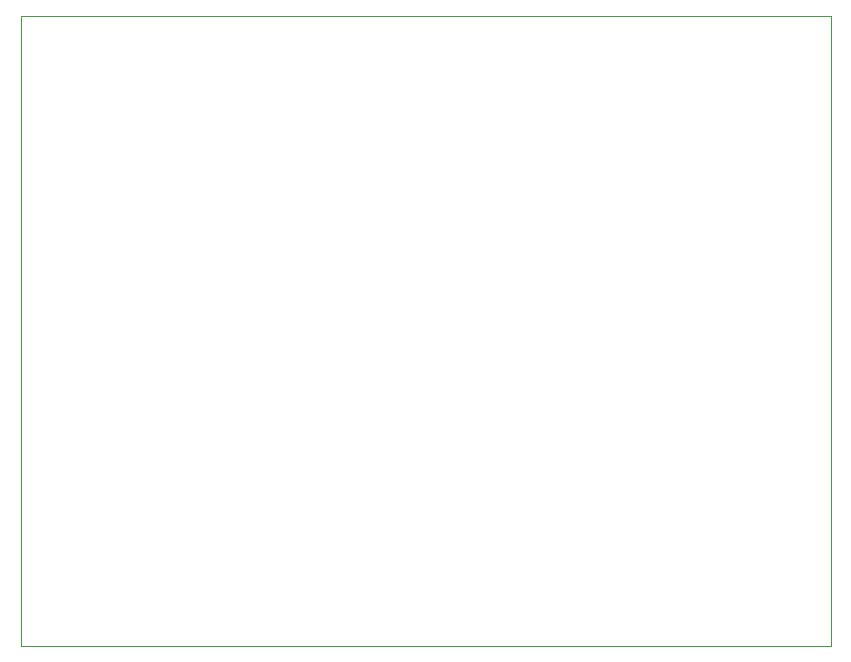
<source format=gbr>
%TF.GenerationSoftware,KiCad,Pcbnew,(5.1.8)-1*%
%TF.CreationDate,2022-01-26T04:46:28+03:00*%
%TF.ProjectId,Proto50x70-4er,50726f74-6f35-4307-9837-302d3465722e,rev?*%
%TF.SameCoordinates,Original*%
%TF.FileFunction,Profile,NP*%
%FSLAX46Y46*%
G04 Gerber Fmt 4.6, Leading zero omitted, Abs format (unit mm)*
G04 Created by KiCad (PCBNEW (5.1.8)-1) date 2022-01-26 04:46:28*
%MOMM*%
%LPD*%
G01*
G04 APERTURE LIST*
%TA.AperFunction,Profile*%
%ADD10C,0.050000*%
%TD*%
G04 APERTURE END LIST*
D10*
X50800000Y-78740000D02*
X50800000Y-25400000D01*
X119380000Y-78740000D02*
X50800000Y-78740000D01*
X119380000Y-25400000D02*
X119380000Y-78740000D01*
X50800000Y-25400000D02*
X119380000Y-25400000D01*
M02*

</source>
